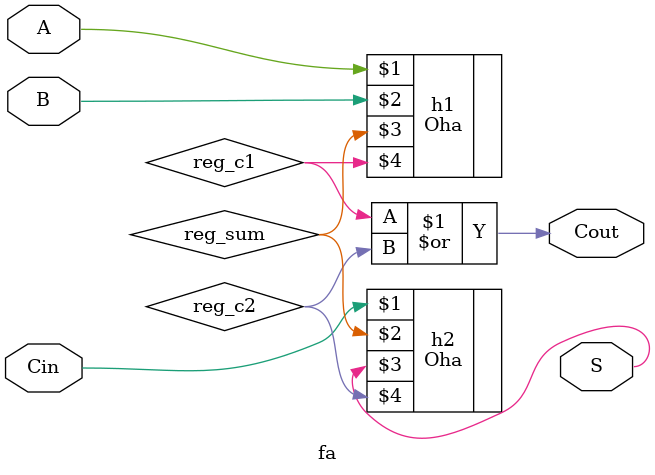
<source format=v>
module fa(A, B, Cin, S, Cout);
  input A, B, Cin;
  output S, Cout;

  wire S, Cout;

  wire reg_c1, reg_c2;
  wire reg_sum;

  Oha h1(A, B, reg_sum, reg_c1);
  Oha h2(Cin, reg_sum, S, reg_c2);

  assign Cout = reg_c1 | reg_c2;
endmodule

</source>
